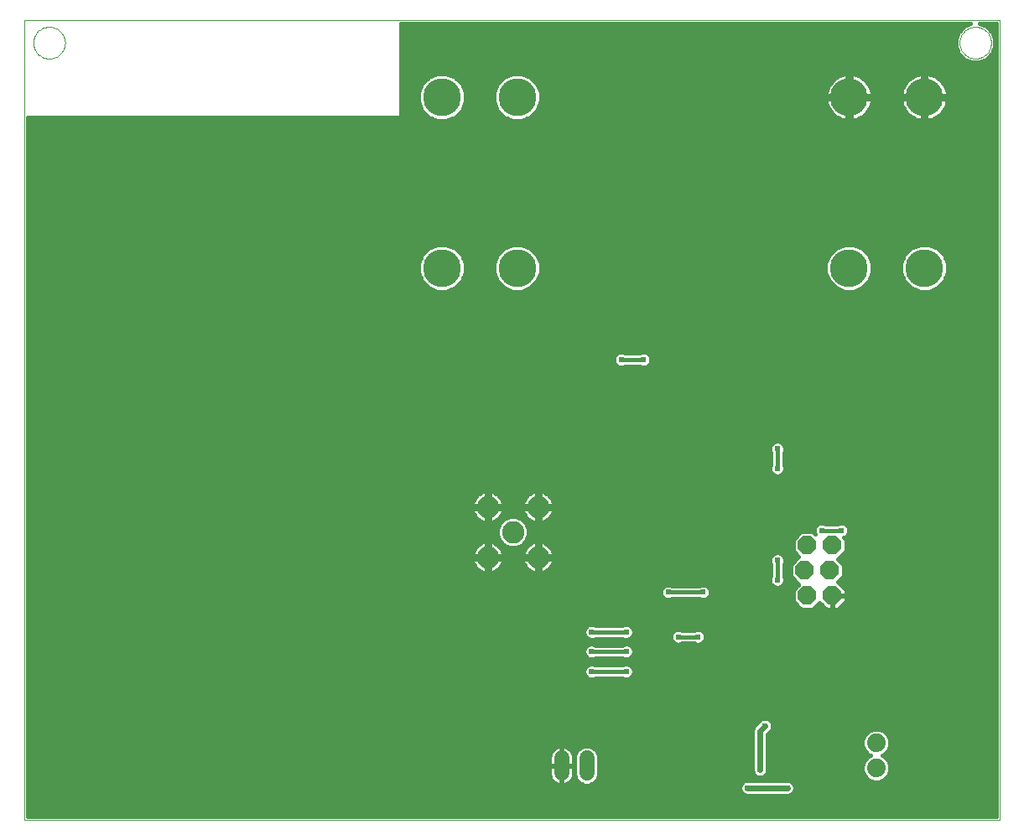
<source format=gbl>
G75*
%MOIN*%
%OFA0B0*%
%FSLAX24Y24*%
%IPPOS*%
%LPD*%
%AMOC8*
5,1,8,0,0,1.08239X$1,22.5*
%
%ADD10C,0.0000*%
%ADD11C,0.0886*%
%ADD12C,0.1500*%
%ADD13OC8,0.0740*%
%ADD14C,0.0740*%
%ADD15C,0.0600*%
%ADD16C,0.0160*%
%ADD17C,0.0238*%
%ADD18C,0.0240*%
D10*
X000574Y000251D02*
X000574Y032054D01*
X039341Y032054D01*
X039341Y000251D01*
X000574Y000251D01*
X000928Y031156D02*
X000930Y031206D01*
X000936Y031256D01*
X000946Y031305D01*
X000960Y031353D01*
X000977Y031400D01*
X000998Y031445D01*
X001023Y031489D01*
X001051Y031530D01*
X001083Y031569D01*
X001117Y031606D01*
X001154Y031640D01*
X001194Y031670D01*
X001236Y031697D01*
X001280Y031721D01*
X001326Y031742D01*
X001373Y031758D01*
X001421Y031771D01*
X001471Y031780D01*
X001520Y031785D01*
X001571Y031786D01*
X001621Y031783D01*
X001670Y031776D01*
X001719Y031765D01*
X001767Y031750D01*
X001813Y031732D01*
X001858Y031710D01*
X001901Y031684D01*
X001942Y031655D01*
X001981Y031623D01*
X002017Y031588D01*
X002049Y031550D01*
X002079Y031510D01*
X002106Y031467D01*
X002129Y031423D01*
X002148Y031377D01*
X002164Y031329D01*
X002176Y031280D01*
X002184Y031231D01*
X002188Y031181D01*
X002188Y031131D01*
X002184Y031081D01*
X002176Y031032D01*
X002164Y030983D01*
X002148Y030935D01*
X002129Y030889D01*
X002106Y030845D01*
X002079Y030802D01*
X002049Y030762D01*
X002017Y030724D01*
X001981Y030689D01*
X001942Y030657D01*
X001901Y030628D01*
X001858Y030602D01*
X001813Y030580D01*
X001767Y030562D01*
X001719Y030547D01*
X001670Y030536D01*
X001621Y030529D01*
X001571Y030526D01*
X001520Y030527D01*
X001471Y030532D01*
X001421Y030541D01*
X001373Y030554D01*
X001326Y030570D01*
X001280Y030591D01*
X001236Y030615D01*
X001194Y030642D01*
X001154Y030672D01*
X001117Y030706D01*
X001083Y030743D01*
X001051Y030782D01*
X001023Y030823D01*
X000998Y030867D01*
X000977Y030912D01*
X000960Y030959D01*
X000946Y031007D01*
X000936Y031056D01*
X000930Y031106D01*
X000928Y031156D01*
X037739Y031156D02*
X037741Y031206D01*
X037747Y031256D01*
X037757Y031305D01*
X037771Y031353D01*
X037788Y031400D01*
X037809Y031445D01*
X037834Y031489D01*
X037862Y031530D01*
X037894Y031569D01*
X037928Y031606D01*
X037965Y031640D01*
X038005Y031670D01*
X038047Y031697D01*
X038091Y031721D01*
X038137Y031742D01*
X038184Y031758D01*
X038232Y031771D01*
X038282Y031780D01*
X038331Y031785D01*
X038382Y031786D01*
X038432Y031783D01*
X038481Y031776D01*
X038530Y031765D01*
X038578Y031750D01*
X038624Y031732D01*
X038669Y031710D01*
X038712Y031684D01*
X038753Y031655D01*
X038792Y031623D01*
X038828Y031588D01*
X038860Y031550D01*
X038890Y031510D01*
X038917Y031467D01*
X038940Y031423D01*
X038959Y031377D01*
X038975Y031329D01*
X038987Y031280D01*
X038995Y031231D01*
X038999Y031181D01*
X038999Y031131D01*
X038995Y031081D01*
X038987Y031032D01*
X038975Y030983D01*
X038959Y030935D01*
X038940Y030889D01*
X038917Y030845D01*
X038890Y030802D01*
X038860Y030762D01*
X038828Y030724D01*
X038792Y030689D01*
X038753Y030657D01*
X038712Y030628D01*
X038669Y030602D01*
X038624Y030580D01*
X038578Y030562D01*
X038530Y030547D01*
X038481Y030536D01*
X038432Y030529D01*
X038382Y030526D01*
X038331Y030527D01*
X038282Y030532D01*
X038232Y030541D01*
X038184Y030554D01*
X038137Y030570D01*
X038091Y030591D01*
X038047Y030615D01*
X038005Y030642D01*
X037965Y030672D01*
X037928Y030706D01*
X037894Y030743D01*
X037862Y030782D01*
X037834Y030823D01*
X037809Y030867D01*
X037788Y030912D01*
X037771Y030959D01*
X037757Y031007D01*
X037747Y031056D01*
X037741Y031106D01*
X037739Y031156D01*
D11*
X020991Y012700D03*
X019991Y011700D03*
X018991Y012700D03*
X018991Y010700D03*
X020991Y010700D03*
D12*
X020160Y022200D03*
X017168Y022200D03*
X017168Y028991D03*
X020160Y028991D03*
X033349Y028991D03*
X036341Y028991D03*
X036341Y022200D03*
X033349Y022200D03*
D13*
X032676Y011176D03*
X031676Y011176D03*
X031576Y010176D03*
X032576Y010176D03*
X032676Y009176D03*
X031676Y009176D03*
D14*
X034432Y003318D03*
X034432Y002318D03*
D15*
X022924Y002116D02*
X022924Y002716D01*
X021924Y002716D02*
X021924Y002116D01*
D16*
X021904Y002153D02*
X021944Y002153D01*
X021944Y002311D02*
X021904Y002311D01*
X021904Y002396D02*
X021944Y002396D01*
X021944Y001636D01*
X021962Y001636D01*
X022036Y001648D01*
X022108Y001671D01*
X022176Y001706D01*
X022237Y001750D01*
X022290Y001803D01*
X022335Y001865D01*
X022369Y001932D01*
X022392Y002004D01*
X022404Y002078D01*
X022404Y002396D01*
X021944Y002396D01*
X021944Y002436D01*
X022404Y002436D01*
X022404Y002754D01*
X022392Y002829D01*
X022369Y002900D01*
X022335Y002968D01*
X022290Y003029D01*
X022237Y003082D01*
X022176Y003127D01*
X022108Y003161D01*
X022036Y003184D01*
X021962Y003196D01*
X021944Y003196D01*
X021944Y002436D01*
X021904Y002436D01*
X021904Y002396D01*
X021904Y001636D01*
X021886Y001636D01*
X021812Y001648D01*
X021740Y001671D01*
X021673Y001706D01*
X021611Y001750D01*
X021558Y001803D01*
X021514Y001865D01*
X021479Y001932D01*
X021456Y002004D01*
X021444Y002078D01*
X021444Y002396D01*
X021904Y002396D01*
X021904Y002436D02*
X021444Y002436D01*
X021444Y002754D01*
X021456Y002829D01*
X021479Y002900D01*
X021514Y002968D01*
X021558Y003029D01*
X021611Y003082D01*
X021673Y003127D01*
X021740Y003161D01*
X021812Y003184D01*
X021886Y003196D01*
X021904Y003196D01*
X021904Y002436D01*
X021904Y002470D02*
X021944Y002470D01*
X021944Y002628D02*
X021904Y002628D01*
X021904Y002787D02*
X021944Y002787D01*
X021944Y002945D02*
X021904Y002945D01*
X021904Y003104D02*
X021944Y003104D01*
X022207Y003104D02*
X022633Y003104D01*
X022652Y003123D02*
X022517Y002988D01*
X022444Y002812D01*
X022444Y002021D01*
X022517Y001844D01*
X022652Y001709D01*
X022829Y001636D01*
X023020Y001636D01*
X023196Y001709D01*
X023331Y001844D01*
X023404Y002021D01*
X023404Y002812D01*
X023331Y002988D01*
X023196Y003123D01*
X023020Y003196D01*
X022829Y003196D01*
X022652Y003123D01*
X022499Y002945D02*
X022346Y002945D01*
X022399Y002787D02*
X022444Y002787D01*
X022444Y002628D02*
X022404Y002628D01*
X022404Y002470D02*
X022444Y002470D01*
X022444Y002311D02*
X022404Y002311D01*
X022404Y002153D02*
X022444Y002153D01*
X022455Y001994D02*
X022389Y001994D01*
X022314Y001836D02*
X022526Y001836D01*
X022729Y001677D02*
X022120Y001677D01*
X021944Y001677D02*
X021904Y001677D01*
X021904Y001836D02*
X021944Y001836D01*
X021944Y001994D02*
X021904Y001994D01*
X021728Y001677D02*
X000714Y001677D01*
X000714Y001519D02*
X029014Y001519D01*
X029014Y001471D02*
X029060Y001360D01*
X000714Y001360D01*
X000714Y001202D02*
X039201Y001202D01*
X039201Y001360D02*
X031143Y001360D01*
X031189Y001471D01*
X031189Y001590D01*
X031143Y001700D01*
X031059Y001785D01*
X030948Y001830D01*
X029254Y001830D01*
X029144Y001785D01*
X029060Y001700D01*
X029014Y001590D01*
X029014Y001471D01*
X029060Y001360D02*
X029144Y001276D01*
X029254Y001230D01*
X030948Y001230D01*
X031059Y001276D01*
X031143Y001360D01*
X031189Y001519D02*
X039201Y001519D01*
X039201Y001677D02*
X031153Y001677D01*
X030090Y002153D02*
X033905Y002153D01*
X033882Y002208D02*
X033966Y002006D01*
X034120Y001851D01*
X034323Y001768D01*
X034541Y001768D01*
X034744Y001851D01*
X034898Y002006D01*
X034982Y002208D01*
X034982Y002427D01*
X034898Y002629D01*
X034744Y002784D01*
X034662Y002818D01*
X034744Y002851D01*
X034898Y003006D01*
X034982Y003208D01*
X034982Y003427D01*
X034898Y003629D01*
X034744Y003784D01*
X034541Y003868D01*
X034323Y003868D01*
X034120Y003784D01*
X033966Y003629D01*
X033882Y003427D01*
X033882Y003208D01*
X033966Y003006D01*
X034120Y002851D01*
X034202Y002818D01*
X034120Y002784D01*
X033966Y002629D01*
X033882Y002427D01*
X033882Y002208D01*
X033882Y002311D02*
X030106Y002311D01*
X030106Y002191D02*
X030106Y003670D01*
X030257Y003821D01*
X030303Y003931D01*
X030303Y004051D01*
X030257Y004161D01*
X030173Y004245D01*
X030063Y004291D01*
X029943Y004291D01*
X029833Y004245D01*
X029552Y003964D01*
X029506Y003854D01*
X029506Y003734D01*
X029506Y002191D01*
X029552Y002081D01*
X029636Y001997D01*
X029746Y001951D01*
X029866Y001951D01*
X029976Y001997D01*
X030060Y002081D01*
X030106Y002191D01*
X029970Y001994D02*
X033978Y001994D01*
X034158Y001836D02*
X023323Y001836D01*
X023393Y001994D02*
X029641Y001994D01*
X029522Y002153D02*
X023404Y002153D01*
X023404Y002311D02*
X029506Y002311D01*
X029506Y002470D02*
X023404Y002470D01*
X023404Y002628D02*
X029506Y002628D01*
X029506Y002787D02*
X023404Y002787D01*
X023349Y002945D02*
X029506Y002945D01*
X029506Y003104D02*
X023215Y003104D01*
X023119Y001677D02*
X029050Y001677D01*
X030106Y002470D02*
X033900Y002470D01*
X033965Y002628D02*
X030106Y002628D01*
X030106Y002787D02*
X034127Y002787D01*
X034027Y002945D02*
X030106Y002945D01*
X030106Y003104D02*
X033925Y003104D01*
X033882Y003262D02*
X030106Y003262D01*
X030106Y003421D02*
X033882Y003421D01*
X033945Y003579D02*
X030106Y003579D01*
X030174Y003738D02*
X034074Y003738D01*
X034790Y003738D02*
X039201Y003738D01*
X039201Y003896D02*
X030288Y003896D01*
X030301Y004055D02*
X039201Y004055D01*
X039201Y004213D02*
X030205Y004213D01*
X029801Y004213D02*
X000714Y004213D01*
X000714Y004055D02*
X029642Y004055D01*
X029524Y003896D02*
X000714Y003896D01*
X000714Y003738D02*
X029506Y003738D01*
X029506Y003579D02*
X000714Y003579D01*
X000714Y003421D02*
X029506Y003421D01*
X029506Y003262D02*
X000714Y003262D01*
X000714Y003104D02*
X021641Y003104D01*
X021502Y002945D02*
X000714Y002945D01*
X000714Y002787D02*
X021449Y002787D01*
X021444Y002628D02*
X000714Y002628D01*
X000714Y002470D02*
X021444Y002470D01*
X021444Y002311D02*
X000714Y002311D01*
X000714Y002153D02*
X021444Y002153D01*
X021459Y001994D02*
X000714Y001994D01*
X000714Y001836D02*
X021534Y001836D01*
X023054Y005857D02*
X022944Y005903D01*
X022860Y005987D01*
X022814Y006097D01*
X022814Y006216D01*
X022860Y006326D01*
X022944Y006410D01*
X023054Y006455D01*
X023173Y006455D01*
X023267Y006416D01*
X024337Y006416D01*
X024432Y006455D01*
X024551Y006455D01*
X024660Y006410D01*
X024745Y006326D01*
X024790Y006216D01*
X024790Y006097D01*
X024745Y005987D01*
X024660Y005903D01*
X024551Y005857D01*
X024432Y005857D01*
X024337Y005896D01*
X023267Y005896D01*
X023173Y005857D01*
X023054Y005857D01*
X022890Y005957D02*
X000714Y005957D01*
X000714Y006115D02*
X022814Y006115D01*
X022838Y006274D02*
X000714Y006274D01*
X000714Y006432D02*
X022998Y006432D01*
X023054Y006645D02*
X022944Y006690D01*
X022860Y006774D01*
X022814Y006884D01*
X022814Y007003D01*
X022860Y007113D01*
X022944Y007197D01*
X023054Y007243D01*
X023173Y007243D01*
X023267Y007204D01*
X024337Y007204D01*
X024432Y007243D01*
X024551Y007243D01*
X024660Y007197D01*
X024745Y007113D01*
X024790Y007003D01*
X024790Y006884D01*
X024745Y006774D01*
X024660Y006690D01*
X024551Y006645D01*
X024432Y006645D01*
X024337Y006684D01*
X023267Y006684D01*
X023173Y006645D01*
X023054Y006645D01*
X022885Y006749D02*
X000714Y006749D01*
X000714Y006591D02*
X039201Y006591D01*
X039201Y006749D02*
X024720Y006749D01*
X024790Y006908D02*
X039201Y006908D01*
X039201Y007066D02*
X024764Y007066D01*
X024594Y007225D02*
X039201Y007225D01*
X039201Y007383D02*
X027607Y007383D01*
X027599Y007365D02*
X027644Y007475D01*
X027644Y007594D01*
X027599Y007704D01*
X027515Y007788D01*
X027405Y007833D01*
X027286Y007833D01*
X027192Y007794D01*
X026712Y007794D01*
X026617Y007833D01*
X026498Y007833D01*
X026389Y007788D01*
X026304Y007704D01*
X026259Y007594D01*
X026259Y007475D01*
X026304Y007365D01*
X026389Y007281D01*
X026498Y007235D01*
X026617Y007235D01*
X026712Y007274D01*
X027192Y007274D01*
X027286Y007235D01*
X027405Y007235D01*
X027515Y007281D01*
X027599Y007365D01*
X027644Y007542D02*
X039201Y007542D01*
X039201Y007700D02*
X027600Y007700D01*
X027345Y007534D02*
X026558Y007534D01*
X026259Y007542D02*
X024725Y007542D01*
X024745Y007562D02*
X024790Y007672D01*
X024790Y007791D01*
X024745Y007901D01*
X024660Y007985D01*
X024551Y008030D01*
X024432Y008030D01*
X024337Y007991D01*
X023267Y007991D01*
X023173Y008030D01*
X023054Y008030D01*
X022944Y007985D01*
X022860Y007901D01*
X022814Y007791D01*
X022814Y007672D01*
X022860Y007562D01*
X022944Y007478D01*
X023054Y007432D01*
X023173Y007432D01*
X023267Y007471D01*
X024337Y007471D01*
X024432Y007432D01*
X024551Y007432D01*
X024660Y007478D01*
X024745Y007562D01*
X024790Y007700D02*
X026303Y007700D01*
X026297Y007383D02*
X000714Y007383D01*
X000714Y007225D02*
X023010Y007225D01*
X023216Y007225D02*
X024388Y007225D01*
X024491Y006944D02*
X023113Y006944D01*
X022840Y007066D02*
X000714Y007066D01*
X000714Y006908D02*
X022814Y006908D01*
X023228Y006432D02*
X024376Y006432D01*
X024606Y006432D02*
X039201Y006432D01*
X039201Y006274D02*
X024766Y006274D01*
X024790Y006115D02*
X039201Y006115D01*
X039201Y005957D02*
X024714Y005957D01*
X024491Y006156D02*
X023113Y006156D01*
X022879Y007542D02*
X000714Y007542D01*
X000714Y007700D02*
X022814Y007700D01*
X022842Y007859D02*
X000714Y007859D01*
X000714Y008017D02*
X023023Y008017D01*
X023204Y008017D02*
X024400Y008017D01*
X024582Y008017D02*
X039201Y008017D01*
X039201Y007859D02*
X024762Y007859D01*
X024491Y007731D02*
X023113Y007731D01*
X025911Y009137D02*
X025995Y009052D01*
X026105Y009007D01*
X026224Y009007D01*
X026318Y009046D01*
X027388Y009046D01*
X027483Y009007D01*
X027602Y009007D01*
X027712Y009052D01*
X027796Y009137D01*
X027841Y009246D01*
X027841Y009365D01*
X027796Y009475D01*
X027712Y009559D01*
X027602Y009605D01*
X027483Y009605D01*
X027388Y009566D01*
X026318Y009566D01*
X026224Y009605D01*
X026105Y009605D01*
X025995Y009559D01*
X025911Y009475D01*
X025865Y009365D01*
X025865Y009246D01*
X025911Y009137D01*
X025920Y009127D02*
X000714Y009127D01*
X000714Y009285D02*
X025865Y009285D01*
X025898Y009444D02*
X000714Y009444D01*
X000714Y009602D02*
X026098Y009602D01*
X026230Y009602D02*
X027476Y009602D01*
X027608Y009602D02*
X030268Y009602D01*
X030241Y009629D02*
X030326Y009545D01*
X030435Y009499D01*
X030554Y009499D01*
X030664Y009545D01*
X030748Y009629D01*
X030794Y009739D01*
X030794Y009858D01*
X030755Y009952D01*
X030755Y010432D01*
X030794Y010526D01*
X030794Y010645D01*
X030748Y010755D01*
X030664Y010839D01*
X030554Y010884D01*
X030435Y010884D01*
X030326Y010839D01*
X030241Y010755D01*
X030196Y010645D01*
X030196Y010526D01*
X030235Y010432D01*
X030235Y009952D01*
X030196Y009858D01*
X030196Y009739D01*
X030241Y009629D01*
X030196Y009761D02*
X000714Y009761D01*
X000714Y009919D02*
X030221Y009919D01*
X030235Y010078D02*
X000714Y010078D01*
X000714Y010236D02*
X018573Y010236D01*
X018585Y010224D02*
X018665Y010167D01*
X018752Y010122D01*
X018845Y010092D01*
X018923Y010080D01*
X018923Y010632D01*
X018371Y010632D01*
X018383Y010554D01*
X018414Y010460D01*
X018458Y010373D01*
X018516Y010294D01*
X018585Y010224D01*
X018447Y010395D02*
X000714Y010395D01*
X000714Y010553D02*
X018384Y010553D01*
X018371Y010767D02*
X018923Y010767D01*
X018923Y010632D01*
X019059Y010632D01*
X019059Y010767D01*
X019611Y010767D01*
X019599Y010845D01*
X019568Y010939D01*
X019524Y011026D01*
X019466Y011105D01*
X019397Y011175D01*
X019318Y011232D01*
X019230Y011277D01*
X019137Y011307D01*
X019059Y011320D01*
X019059Y010767D01*
X018923Y010767D01*
X018923Y011320D01*
X018845Y011307D01*
X018752Y011277D01*
X018665Y011232D01*
X018585Y011175D01*
X018516Y011105D01*
X018458Y011026D01*
X018414Y010939D01*
X018383Y010845D01*
X018371Y010767D01*
X018392Y010870D02*
X000714Y010870D01*
X000714Y010712D02*
X018923Y010712D01*
X019059Y010712D02*
X020923Y010712D01*
X020923Y010767D02*
X020923Y010632D01*
X020371Y010632D01*
X020383Y010554D01*
X020414Y010460D01*
X020458Y010373D01*
X020516Y010294D01*
X020585Y010224D01*
X020665Y010167D01*
X020752Y010122D01*
X020845Y010092D01*
X020923Y010080D01*
X020923Y010632D01*
X021059Y010632D01*
X021059Y010767D01*
X021611Y010767D01*
X021599Y010845D01*
X021568Y010939D01*
X021524Y011026D01*
X021466Y011105D01*
X021397Y011175D01*
X021318Y011232D01*
X021230Y011277D01*
X021137Y011307D01*
X021059Y011320D01*
X021059Y010767D01*
X020923Y010767D01*
X020371Y010767D01*
X020383Y010845D01*
X020414Y010939D01*
X020458Y011026D01*
X020516Y011105D01*
X020585Y011175D01*
X020665Y011232D01*
X020752Y011277D01*
X020845Y011307D01*
X020923Y011320D01*
X020923Y010767D01*
X020923Y010870D02*
X021059Y010870D01*
X021059Y010712D02*
X030224Y010712D01*
X030196Y010553D02*
X021598Y010553D01*
X021599Y010554D02*
X021611Y010632D01*
X021059Y010632D01*
X021059Y010080D01*
X021137Y010092D01*
X021230Y010122D01*
X021318Y010167D01*
X021397Y010224D01*
X021466Y010294D01*
X021524Y010373D01*
X021568Y010460D01*
X021599Y010554D01*
X021535Y010395D02*
X030235Y010395D01*
X030235Y010236D02*
X021409Y010236D01*
X021059Y010236D02*
X020923Y010236D01*
X020923Y010395D02*
X021059Y010395D01*
X021059Y010553D02*
X020923Y010553D01*
X020573Y010236D02*
X019409Y010236D01*
X019397Y010224D02*
X019466Y010294D01*
X019524Y010373D01*
X019568Y010460D01*
X019599Y010554D01*
X019611Y010632D01*
X019059Y010632D01*
X019059Y010080D01*
X019137Y010092D01*
X019230Y010122D01*
X019318Y010167D01*
X019397Y010224D01*
X019535Y010395D02*
X020447Y010395D01*
X020384Y010553D02*
X019598Y010553D01*
X019591Y010870D02*
X020392Y010870D01*
X020460Y011029D02*
X019522Y011029D01*
X019638Y011172D02*
X019867Y011077D01*
X020115Y011077D01*
X020344Y011172D01*
X020519Y011347D01*
X020614Y011576D01*
X020614Y011824D01*
X020519Y012052D01*
X020344Y012228D01*
X020115Y012323D01*
X019867Y012323D01*
X019638Y012228D01*
X019463Y012052D01*
X019368Y011824D01*
X019368Y011576D01*
X019463Y011347D01*
X019638Y011172D01*
X019622Y011187D02*
X019380Y011187D01*
X019464Y011346D02*
X000714Y011346D01*
X000714Y011504D02*
X019398Y011504D01*
X019368Y011663D02*
X000714Y011663D01*
X000714Y011821D02*
X019368Y011821D01*
X019433Y011980D02*
X000714Y011980D01*
X000714Y012138D02*
X018721Y012138D01*
X018752Y012122D02*
X018845Y012092D01*
X018923Y012080D01*
X018923Y012632D01*
X018371Y012632D01*
X018383Y012554D01*
X018414Y012460D01*
X018458Y012373D01*
X018516Y012294D01*
X018585Y012224D01*
X018665Y012167D01*
X018752Y012122D01*
X018923Y012138D02*
X019059Y012138D01*
X019059Y012080D02*
X019137Y012092D01*
X019230Y012122D01*
X019318Y012167D01*
X019397Y012224D01*
X019466Y012294D01*
X019524Y012373D01*
X019568Y012460D01*
X019599Y012554D01*
X019611Y012632D01*
X019059Y012632D01*
X019059Y012767D01*
X019611Y012767D01*
X019599Y012845D01*
X019568Y012939D01*
X019524Y013026D01*
X019466Y013105D01*
X019397Y013175D01*
X019318Y013232D01*
X019230Y013277D01*
X019137Y013307D01*
X019059Y013320D01*
X019059Y012767D01*
X018923Y012767D01*
X018923Y012632D01*
X019059Y012632D01*
X019059Y012080D01*
X019261Y012138D02*
X019549Y012138D01*
X019468Y012297D02*
X019805Y012297D01*
X019566Y012455D02*
X020416Y012455D01*
X020414Y012460D02*
X020458Y012373D01*
X020516Y012294D01*
X020585Y012224D01*
X020665Y012167D01*
X020752Y012122D01*
X020845Y012092D01*
X020923Y012080D01*
X020923Y012632D01*
X020371Y012632D01*
X020383Y012554D01*
X020414Y012460D01*
X020374Y012614D02*
X019608Y012614D01*
X019610Y012772D02*
X020372Y012772D01*
X020371Y012767D02*
X020923Y012767D01*
X020923Y012632D01*
X021059Y012632D01*
X021059Y012767D01*
X021611Y012767D01*
X021599Y012845D01*
X021568Y012939D01*
X021524Y013026D01*
X021466Y013105D01*
X021397Y013175D01*
X021318Y013232D01*
X021230Y013277D01*
X021137Y013307D01*
X021059Y013320D01*
X021059Y012767D01*
X020923Y012767D01*
X020923Y013320D01*
X020845Y013307D01*
X020752Y013277D01*
X020665Y013232D01*
X020585Y013175D01*
X020516Y013105D01*
X020458Y013026D01*
X020414Y012939D01*
X020383Y012845D01*
X020371Y012767D01*
X020411Y012931D02*
X019571Y012931D01*
X019478Y013089D02*
X020504Y013089D01*
X020695Y013248D02*
X019287Y013248D01*
X019059Y013248D02*
X018923Y013248D01*
X018923Y013320D02*
X018923Y012767D01*
X018371Y012767D01*
X018383Y012845D01*
X018414Y012939D01*
X018458Y013026D01*
X018516Y013105D01*
X018585Y013175D01*
X018665Y013232D01*
X018752Y013277D01*
X018845Y013307D01*
X018923Y013320D01*
X018923Y013089D02*
X019059Y013089D01*
X019059Y012931D02*
X018923Y012931D01*
X018923Y012772D02*
X019059Y012772D01*
X019059Y012614D02*
X018923Y012614D01*
X018923Y012455D02*
X019059Y012455D01*
X019059Y012297D02*
X018923Y012297D01*
X018514Y012297D02*
X000714Y012297D01*
X000714Y012455D02*
X018416Y012455D01*
X018374Y012614D02*
X000714Y012614D01*
X000714Y012772D02*
X018372Y012772D01*
X018411Y012931D02*
X000714Y012931D01*
X000714Y013089D02*
X018504Y013089D01*
X018695Y013248D02*
X000714Y013248D01*
X000714Y013406D02*
X039201Y013406D01*
X039201Y013248D02*
X021287Y013248D01*
X021059Y013248D02*
X020923Y013248D01*
X020923Y013089D02*
X021059Y013089D01*
X021059Y012931D02*
X020923Y012931D01*
X020923Y012772D02*
X021059Y012772D01*
X021059Y012632D02*
X021611Y012632D01*
X021599Y012554D01*
X021568Y012460D01*
X021524Y012373D01*
X021466Y012294D01*
X021397Y012224D01*
X021318Y012167D01*
X021230Y012122D01*
X021137Y012092D01*
X021059Y012080D01*
X021059Y012632D01*
X021059Y012614D02*
X020923Y012614D01*
X020923Y012455D02*
X021059Y012455D01*
X021059Y012297D02*
X020923Y012297D01*
X020923Y012138D02*
X021059Y012138D01*
X021261Y012138D02*
X039201Y012138D01*
X039201Y011980D02*
X033264Y011980D01*
X033223Y012020D02*
X033114Y012066D01*
X032995Y012066D01*
X032900Y012027D01*
X032420Y012027D01*
X032326Y012066D01*
X032207Y012066D01*
X032097Y012020D01*
X032013Y011936D01*
X031968Y011826D01*
X031968Y011707D01*
X031999Y011631D01*
X031904Y011726D01*
X031448Y011726D01*
X031126Y011404D01*
X031126Y010948D01*
X031348Y010726D01*
X031026Y010404D01*
X031026Y009948D01*
X031348Y009626D01*
X031348Y009626D01*
X031126Y009404D01*
X031126Y008948D01*
X031448Y008626D01*
X031904Y008626D01*
X032176Y008898D01*
X032448Y008626D01*
X032656Y008626D01*
X032656Y009156D01*
X032696Y009156D01*
X032696Y008626D01*
X032904Y008626D01*
X033226Y008948D01*
X033226Y009156D01*
X032696Y009156D01*
X032696Y009196D01*
X033226Y009196D01*
X033226Y009404D01*
X032904Y009726D01*
X032904Y009726D01*
X033126Y009948D01*
X033126Y010404D01*
X032904Y010626D01*
X033226Y010948D01*
X033226Y011404D01*
X033148Y011482D01*
X033223Y011513D01*
X033308Y011597D01*
X033353Y011707D01*
X033353Y011826D01*
X033308Y011936D01*
X033223Y012020D01*
X033353Y011821D02*
X039201Y011821D01*
X039201Y011663D02*
X033335Y011663D01*
X033202Y011504D02*
X039201Y011504D01*
X039201Y011346D02*
X033226Y011346D01*
X033226Y011187D02*
X039201Y011187D01*
X039201Y011029D02*
X033226Y011029D01*
X033148Y010870D02*
X039201Y010870D01*
X039201Y010712D02*
X032990Y010712D01*
X032904Y010626D02*
X032904Y010626D01*
X032977Y010553D02*
X039201Y010553D01*
X039201Y010395D02*
X033126Y010395D01*
X033126Y010236D02*
X039201Y010236D01*
X039201Y010078D02*
X033126Y010078D01*
X033097Y009919D02*
X039201Y009919D01*
X039201Y009761D02*
X032939Y009761D01*
X033028Y009602D02*
X039201Y009602D01*
X039201Y009444D02*
X033186Y009444D01*
X033226Y009285D02*
X039201Y009285D01*
X039201Y009127D02*
X033226Y009127D01*
X033226Y008968D02*
X039201Y008968D01*
X039201Y008810D02*
X033088Y008810D01*
X032929Y008651D02*
X039201Y008651D01*
X039201Y008493D02*
X000714Y008493D01*
X000714Y008651D02*
X031423Y008651D01*
X031264Y008810D02*
X000714Y008810D01*
X000714Y008968D02*
X031126Y008968D01*
X031126Y009127D02*
X027786Y009127D01*
X027841Y009285D02*
X031126Y009285D01*
X031166Y009444D02*
X027809Y009444D01*
X027542Y009306D02*
X026164Y009306D01*
X030495Y009798D02*
X030495Y010585D01*
X030766Y010712D02*
X031334Y010712D01*
X031348Y010726D02*
X031348Y010726D01*
X031204Y010870D02*
X030589Y010870D01*
X030401Y010870D02*
X021591Y010870D01*
X021522Y011029D02*
X031126Y011029D01*
X031126Y011187D02*
X021380Y011187D01*
X021059Y011187D02*
X020923Y011187D01*
X020923Y011029D02*
X021059Y011029D01*
X020603Y011187D02*
X020360Y011187D01*
X020518Y011346D02*
X031126Y011346D01*
X031227Y011504D02*
X020584Y011504D01*
X020614Y011663D02*
X031385Y011663D01*
X031967Y011663D02*
X031986Y011663D01*
X031968Y011821D02*
X020614Y011821D01*
X020549Y011980D02*
X032057Y011980D01*
X032267Y011767D02*
X033054Y011767D01*
X031176Y010553D02*
X030794Y010553D01*
X030755Y010395D02*
X031026Y010395D01*
X031026Y010236D02*
X030755Y010236D01*
X030755Y010078D02*
X031026Y010078D01*
X031055Y009919D02*
X030768Y009919D01*
X030794Y009761D02*
X031213Y009761D01*
X031325Y009602D02*
X030722Y009602D01*
X031929Y008651D02*
X032423Y008651D01*
X032264Y008810D02*
X032088Y008810D01*
X032656Y008810D02*
X032696Y008810D01*
X032696Y008968D02*
X032656Y008968D01*
X032656Y009127D02*
X032696Y009127D01*
X032696Y008651D02*
X032656Y008651D01*
X034919Y003579D02*
X039201Y003579D01*
X039201Y003421D02*
X034982Y003421D01*
X034982Y003262D02*
X039201Y003262D01*
X039201Y003104D02*
X034939Y003104D01*
X034837Y002945D02*
X039201Y002945D01*
X039201Y002787D02*
X034737Y002787D01*
X034899Y002628D02*
X039201Y002628D01*
X039201Y002470D02*
X034964Y002470D01*
X034982Y002311D02*
X039201Y002311D01*
X039201Y002153D02*
X034959Y002153D01*
X034886Y001994D02*
X039201Y001994D01*
X039201Y001836D02*
X034706Y001836D01*
X039201Y001043D02*
X000714Y001043D01*
X000714Y000885D02*
X039201Y000885D01*
X039201Y000726D02*
X000714Y000726D01*
X000714Y000568D02*
X039201Y000568D01*
X039201Y000409D02*
X000714Y000409D01*
X000714Y000391D02*
X000714Y028204D01*
X015534Y028204D01*
X015534Y031914D01*
X038186Y031914D01*
X037933Y031809D01*
X037716Y031592D01*
X037599Y031309D01*
X037599Y031003D01*
X037716Y030720D01*
X037933Y030504D01*
X038216Y030386D01*
X038522Y030386D01*
X038805Y030504D01*
X039022Y030720D01*
X039139Y031003D01*
X039139Y031309D01*
X039022Y031592D01*
X038805Y031809D01*
X038552Y031914D01*
X039201Y031914D01*
X039201Y000391D01*
X000714Y000391D01*
X000714Y004372D02*
X039201Y004372D01*
X039201Y004530D02*
X000714Y004530D01*
X000714Y004689D02*
X039201Y004689D01*
X039201Y004847D02*
X000714Y004847D01*
X000714Y005006D02*
X039201Y005006D01*
X039201Y005164D02*
X000714Y005164D01*
X000714Y005323D02*
X039201Y005323D01*
X039201Y005481D02*
X000714Y005481D01*
X000714Y005640D02*
X039201Y005640D01*
X039201Y005798D02*
X000714Y005798D01*
X000714Y008176D02*
X039201Y008176D01*
X039201Y008334D02*
X000714Y008334D01*
X000714Y011029D02*
X018460Y011029D01*
X018603Y011187D02*
X000714Y011187D01*
X000714Y013565D02*
X039201Y013565D01*
X039201Y013723D02*
X000714Y013723D01*
X000714Y013882D02*
X039201Y013882D01*
X039201Y014040D02*
X030731Y014040D01*
X030748Y014058D02*
X030794Y014168D01*
X030794Y014287D01*
X030755Y014381D01*
X030755Y014861D01*
X030794Y014955D01*
X030794Y015074D01*
X030748Y015184D01*
X030664Y015268D01*
X030554Y015314D01*
X030435Y015314D01*
X030326Y015268D01*
X030241Y015184D01*
X030196Y015074D01*
X030196Y014955D01*
X030235Y014861D01*
X030235Y014381D01*
X030196Y014287D01*
X030196Y014168D01*
X030241Y014058D01*
X030326Y013974D01*
X030435Y013928D01*
X030554Y013928D01*
X030664Y013974D01*
X030748Y014058D01*
X030794Y014199D02*
X039201Y014199D01*
X039201Y014357D02*
X030765Y014357D01*
X030755Y014516D02*
X039201Y014516D01*
X039201Y014674D02*
X030755Y014674D01*
X030755Y014833D02*
X039201Y014833D01*
X039201Y014991D02*
X030794Y014991D01*
X030763Y015150D02*
X039201Y015150D01*
X039201Y015308D02*
X030567Y015308D01*
X030423Y015308D02*
X000714Y015308D01*
X000714Y015150D02*
X030227Y015150D01*
X030196Y014991D02*
X000714Y014991D01*
X000714Y014833D02*
X030235Y014833D01*
X030235Y014674D02*
X000714Y014674D01*
X000714Y014516D02*
X030235Y014516D01*
X030225Y014357D02*
X000714Y014357D01*
X000714Y014199D02*
X030196Y014199D01*
X030259Y014040D02*
X000714Y014040D01*
X000714Y015467D02*
X039201Y015467D01*
X039201Y015625D02*
X000714Y015625D01*
X000714Y015784D02*
X039201Y015784D01*
X039201Y015942D02*
X000714Y015942D01*
X000714Y016101D02*
X039201Y016101D01*
X039201Y016259D02*
X000714Y016259D01*
X000714Y016418D02*
X039201Y016418D01*
X039201Y016576D02*
X000714Y016576D01*
X000714Y016735D02*
X039201Y016735D01*
X039201Y016893D02*
X000714Y016893D01*
X000714Y017052D02*
X039201Y017052D01*
X039201Y017210D02*
X000714Y017210D01*
X000714Y017369D02*
X039201Y017369D01*
X039201Y017527D02*
X000714Y017527D01*
X000714Y017686D02*
X039201Y017686D01*
X039201Y017844D02*
X000714Y017844D01*
X000714Y018003D02*
X039201Y018003D01*
X039201Y018161D02*
X000714Y018161D01*
X000714Y018320D02*
X024109Y018320D01*
X024125Y018304D02*
X024235Y018259D01*
X024354Y018259D01*
X024448Y018298D01*
X025026Y018298D01*
X025121Y018259D01*
X025239Y018259D01*
X025349Y018304D01*
X025434Y018388D01*
X025479Y018498D01*
X025479Y018617D01*
X025434Y018727D01*
X025349Y018811D01*
X025239Y018857D01*
X025121Y018857D01*
X025026Y018818D01*
X024448Y018818D01*
X024354Y018857D01*
X024235Y018857D01*
X024125Y018811D01*
X024041Y018727D01*
X023995Y018617D01*
X023995Y018498D01*
X024041Y018388D01*
X024125Y018304D01*
X024003Y018478D02*
X000714Y018478D01*
X000714Y018637D02*
X024003Y018637D01*
X024109Y018795D02*
X000714Y018795D01*
X000714Y018954D02*
X039201Y018954D01*
X039201Y019112D02*
X000714Y019112D01*
X000714Y019271D02*
X039201Y019271D01*
X039201Y019429D02*
X000714Y019429D01*
X000714Y019588D02*
X039201Y019588D01*
X039201Y019746D02*
X000714Y019746D01*
X000714Y019905D02*
X039201Y019905D01*
X039201Y020063D02*
X000714Y020063D01*
X000714Y020222D02*
X039201Y020222D01*
X039201Y020380D02*
X000714Y020380D01*
X000714Y020539D02*
X039201Y020539D01*
X039201Y020697D02*
X000714Y020697D01*
X000714Y020856D02*
X039201Y020856D01*
X039201Y021014D02*
X000714Y021014D01*
X000714Y021173D02*
X039201Y021173D01*
X039201Y021331D02*
X036675Y021331D01*
X036526Y021270D02*
X036868Y021411D01*
X037130Y021673D01*
X037271Y022015D01*
X037271Y022385D01*
X037130Y022726D01*
X036868Y022988D01*
X036526Y023130D01*
X036156Y023130D01*
X035815Y022988D01*
X035553Y022726D01*
X035411Y022385D01*
X035411Y022015D01*
X035553Y021673D01*
X035815Y021411D01*
X036156Y021270D01*
X036526Y021270D01*
X036947Y021490D02*
X039201Y021490D01*
X039201Y021648D02*
X037105Y021648D01*
X037185Y021807D02*
X039201Y021807D01*
X039201Y021965D02*
X037251Y021965D01*
X037271Y022124D02*
X039201Y022124D01*
X039201Y022282D02*
X037271Y022282D01*
X037248Y022441D02*
X039201Y022441D01*
X039201Y022599D02*
X037182Y022599D01*
X037098Y022758D02*
X039201Y022758D01*
X039201Y022916D02*
X036940Y022916D01*
X036659Y023075D02*
X039201Y023075D01*
X039201Y023233D02*
X000714Y023233D01*
X000714Y023075D02*
X016851Y023075D01*
X016983Y023130D02*
X016641Y022988D01*
X016380Y022726D01*
X016238Y022385D01*
X016238Y022015D01*
X016380Y021673D01*
X016641Y021411D01*
X016983Y021270D01*
X017353Y021270D01*
X017695Y021411D01*
X017957Y021673D01*
X018098Y022015D01*
X018098Y022385D01*
X017957Y022726D01*
X017695Y022988D01*
X017353Y023130D01*
X016983Y023130D01*
X016570Y022916D02*
X000714Y022916D01*
X000714Y022758D02*
X016411Y022758D01*
X016327Y022599D02*
X000714Y022599D01*
X000714Y022441D02*
X016261Y022441D01*
X016238Y022282D02*
X000714Y022282D01*
X000714Y022124D02*
X016238Y022124D01*
X016259Y021965D02*
X000714Y021965D01*
X000714Y021807D02*
X016324Y021807D01*
X016404Y021648D02*
X000714Y021648D01*
X000714Y021490D02*
X016563Y021490D01*
X016834Y021331D02*
X000714Y021331D01*
X000714Y023392D02*
X039201Y023392D01*
X039201Y023550D02*
X000714Y023550D01*
X000714Y023709D02*
X039201Y023709D01*
X039201Y023867D02*
X000714Y023867D01*
X000714Y024026D02*
X039201Y024026D01*
X039201Y024184D02*
X000714Y024184D01*
X000714Y024343D02*
X039201Y024343D01*
X039201Y024501D02*
X000714Y024501D01*
X000714Y024660D02*
X039201Y024660D01*
X039201Y024818D02*
X000714Y024818D01*
X000714Y024977D02*
X039201Y024977D01*
X039201Y025135D02*
X000714Y025135D01*
X000714Y025294D02*
X039201Y025294D01*
X039201Y025452D02*
X000714Y025452D01*
X000714Y025611D02*
X039201Y025611D01*
X039201Y025769D02*
X000714Y025769D01*
X000714Y025928D02*
X039201Y025928D01*
X039201Y026086D02*
X000714Y026086D01*
X000714Y026245D02*
X039201Y026245D01*
X039201Y026403D02*
X000714Y026403D01*
X000714Y026562D02*
X039201Y026562D01*
X039201Y026720D02*
X000714Y026720D01*
X000714Y026879D02*
X039201Y026879D01*
X039201Y027037D02*
X000714Y027037D01*
X000714Y027196D02*
X039201Y027196D01*
X039201Y027354D02*
X000714Y027354D01*
X000714Y027513D02*
X039201Y027513D01*
X039201Y027671D02*
X000714Y027671D01*
X000714Y027830D02*
X039201Y027830D01*
X039201Y027988D02*
X000714Y027988D01*
X000714Y028147D02*
X016776Y028147D01*
X016641Y028203D02*
X016380Y028464D01*
X015534Y028464D01*
X015534Y028622D02*
X016314Y028622D01*
X016380Y028464D02*
X016238Y028806D01*
X016238Y029176D01*
X016380Y029518D01*
X016641Y029779D01*
X016983Y029921D01*
X017353Y029921D01*
X017695Y029779D01*
X017957Y029518D01*
X018098Y029176D01*
X018098Y028806D01*
X017957Y028464D01*
X017695Y028203D01*
X017353Y028061D01*
X016983Y028061D01*
X016641Y028203D01*
X016539Y028305D02*
X015534Y028305D01*
X015534Y028781D02*
X016249Y028781D01*
X016238Y028939D02*
X015534Y028939D01*
X015534Y029098D02*
X016238Y029098D01*
X016271Y029256D02*
X015534Y029256D01*
X015534Y029415D02*
X016337Y029415D01*
X016435Y029573D02*
X015534Y029573D01*
X015534Y029732D02*
X016594Y029732D01*
X016909Y029890D02*
X015534Y029890D01*
X015534Y030049D02*
X039201Y030049D01*
X039201Y030207D02*
X015534Y030207D01*
X015534Y030366D02*
X039201Y030366D01*
X039201Y030524D02*
X038826Y030524D01*
X038984Y030683D02*
X039201Y030683D01*
X039201Y030841D02*
X039072Y030841D01*
X039138Y031000D02*
X039201Y031000D01*
X039201Y031158D02*
X039139Y031158D01*
X039136Y031317D02*
X039201Y031317D01*
X039201Y031475D02*
X039070Y031475D01*
X038980Y031634D02*
X039201Y031634D01*
X039201Y031792D02*
X038822Y031792D01*
X037916Y031792D02*
X015534Y031792D01*
X015534Y031634D02*
X037758Y031634D01*
X037668Y031475D02*
X015534Y031475D01*
X015534Y031317D02*
X037602Y031317D01*
X037599Y031158D02*
X015534Y031158D01*
X015534Y031000D02*
X037600Y031000D01*
X037666Y030841D02*
X015534Y030841D01*
X015534Y030683D02*
X037754Y030683D01*
X037912Y030524D02*
X015534Y030524D01*
X017427Y029890D02*
X019901Y029890D01*
X019975Y029921D02*
X019634Y029779D01*
X019372Y029518D01*
X019230Y029176D01*
X019230Y028806D01*
X019372Y028464D01*
X019634Y028203D01*
X019975Y028061D01*
X020345Y028061D01*
X020687Y028203D01*
X020949Y028464D01*
X021090Y028806D01*
X021090Y029176D01*
X020949Y029518D01*
X020687Y029779D01*
X020345Y029921D01*
X019975Y029921D01*
X019586Y029732D02*
X017743Y029732D01*
X017901Y029573D02*
X019427Y029573D01*
X019329Y029415D02*
X017999Y029415D01*
X018065Y029256D02*
X019264Y029256D01*
X019230Y029098D02*
X018098Y029098D01*
X018098Y028939D02*
X019230Y028939D01*
X019241Y028781D02*
X018088Y028781D01*
X018022Y028622D02*
X019306Y028622D01*
X019372Y028464D02*
X017956Y028464D01*
X017798Y028305D02*
X019531Y028305D01*
X019768Y028147D02*
X017561Y028147D01*
X020553Y028147D02*
X032959Y028147D01*
X032993Y028130D02*
X032899Y028176D01*
X032810Y028231D01*
X032729Y028296D01*
X032655Y028370D01*
X032590Y028452D01*
X032534Y028540D01*
X032489Y028634D01*
X032454Y028733D01*
X032431Y028835D01*
X032422Y028911D01*
X033269Y028911D01*
X033269Y029071D01*
X032422Y029071D01*
X032431Y029147D01*
X032454Y029249D01*
X032489Y029347D01*
X032534Y029442D01*
X032590Y029530D01*
X032655Y029612D01*
X032729Y029685D01*
X032810Y029751D01*
X032899Y029806D01*
X032993Y029852D01*
X033091Y029886D01*
X033193Y029909D01*
X033269Y029918D01*
X033269Y029071D01*
X033429Y029071D01*
X033429Y029918D01*
X033505Y029909D01*
X033607Y029886D01*
X033706Y029852D01*
X033800Y029806D01*
X033888Y029751D01*
X033970Y029685D01*
X034044Y029612D01*
X034109Y029530D01*
X034165Y029442D01*
X034210Y029347D01*
X034244Y029249D01*
X034268Y029147D01*
X034276Y029071D01*
X033429Y029071D01*
X033429Y028911D01*
X033429Y028064D01*
X033505Y028073D01*
X033607Y028096D01*
X033706Y028130D01*
X033800Y028176D01*
X033888Y028231D01*
X033970Y028296D01*
X034044Y028370D01*
X034109Y028452D01*
X034165Y028540D01*
X034210Y028634D01*
X034244Y028733D01*
X034268Y028835D01*
X034276Y028911D01*
X033429Y028911D01*
X033269Y028911D01*
X033269Y028064D01*
X033193Y028073D01*
X033091Y028096D01*
X032993Y028130D01*
X033269Y028147D02*
X033429Y028147D01*
X033429Y028305D02*
X033269Y028305D01*
X033269Y028464D02*
X033429Y028464D01*
X033429Y028622D02*
X033269Y028622D01*
X033269Y028781D02*
X033429Y028781D01*
X033429Y028939D02*
X036261Y028939D01*
X036261Y028911D02*
X035415Y028911D01*
X035423Y028835D01*
X035446Y028733D01*
X035481Y028634D01*
X035526Y028540D01*
X035582Y028452D01*
X035647Y028370D01*
X035721Y028296D01*
X035802Y028231D01*
X035891Y028176D01*
X035985Y028130D01*
X036084Y028096D01*
X036185Y028073D01*
X036261Y028064D01*
X036261Y028911D01*
X036261Y029071D01*
X035415Y029071D01*
X035423Y029147D01*
X035446Y029249D01*
X035481Y029347D01*
X035526Y029442D01*
X035582Y029530D01*
X035647Y029612D01*
X035721Y029685D01*
X035802Y029751D01*
X035891Y029806D01*
X035985Y029852D01*
X036084Y029886D01*
X036185Y029909D01*
X036261Y029918D01*
X036261Y029071D01*
X036421Y029071D01*
X036421Y029918D01*
X036497Y029909D01*
X036599Y029886D01*
X036698Y029852D01*
X036792Y029806D01*
X036880Y029751D01*
X036962Y029685D01*
X037036Y029612D01*
X037101Y029530D01*
X037157Y029442D01*
X037202Y029347D01*
X037236Y029249D01*
X037260Y029147D01*
X037268Y029071D01*
X036421Y029071D01*
X036421Y028911D01*
X036421Y028064D01*
X036497Y028073D01*
X036599Y028096D01*
X036698Y028130D01*
X036792Y028176D01*
X036880Y028231D01*
X036962Y028296D01*
X037036Y028370D01*
X037101Y028452D01*
X037157Y028540D01*
X037202Y028634D01*
X037236Y028733D01*
X037260Y028835D01*
X037268Y028911D01*
X036421Y028911D01*
X036261Y028911D01*
X036261Y028781D02*
X036421Y028781D01*
X036421Y028939D02*
X039201Y028939D01*
X039201Y028781D02*
X037247Y028781D01*
X037196Y028622D02*
X039201Y028622D01*
X039201Y028464D02*
X037109Y028464D01*
X036971Y028305D02*
X039201Y028305D01*
X039201Y028147D02*
X036732Y028147D01*
X036421Y028147D02*
X036261Y028147D01*
X036261Y028305D02*
X036421Y028305D01*
X036421Y028464D02*
X036261Y028464D01*
X036261Y028622D02*
X036421Y028622D01*
X035951Y028147D02*
X033740Y028147D01*
X033979Y028305D02*
X035712Y028305D01*
X035574Y028464D02*
X034116Y028464D01*
X034204Y028622D02*
X035487Y028622D01*
X035435Y028781D02*
X034255Y028781D01*
X034273Y029098D02*
X035418Y029098D01*
X035449Y029256D02*
X034242Y029256D01*
X034177Y029415D02*
X035513Y029415D01*
X035616Y029573D02*
X034074Y029573D01*
X033912Y029732D02*
X035779Y029732D01*
X036103Y029890D02*
X033588Y029890D01*
X033429Y029890D02*
X033269Y029890D01*
X033269Y029732D02*
X033429Y029732D01*
X033429Y029573D02*
X033269Y029573D01*
X033269Y029415D02*
X033429Y029415D01*
X033429Y029256D02*
X033269Y029256D01*
X033269Y029098D02*
X033429Y029098D01*
X033269Y028939D02*
X021090Y028939D01*
X021080Y028781D02*
X032443Y028781D01*
X032495Y028622D02*
X021014Y028622D01*
X020948Y028464D02*
X032582Y028464D01*
X032720Y028305D02*
X020790Y028305D01*
X021090Y029098D02*
X032425Y029098D01*
X032457Y029256D02*
X021057Y029256D01*
X020991Y029415D02*
X032521Y029415D01*
X032624Y029573D02*
X020893Y029573D01*
X020735Y029732D02*
X032787Y029732D01*
X033110Y029890D02*
X020419Y029890D01*
X020345Y023130D02*
X019975Y023130D01*
X019634Y022988D01*
X019372Y022726D01*
X019230Y022385D01*
X019230Y022015D01*
X019372Y021673D01*
X019634Y021411D01*
X019975Y021270D01*
X020345Y021270D01*
X020687Y021411D01*
X020949Y021673D01*
X021090Y022015D01*
X021090Y022385D01*
X020949Y022726D01*
X020687Y022988D01*
X020345Y023130D01*
X020478Y023075D02*
X033032Y023075D01*
X033164Y023130D02*
X032822Y022988D01*
X032561Y022726D01*
X032419Y022385D01*
X032419Y022015D01*
X032561Y021673D01*
X032822Y021411D01*
X033164Y021270D01*
X033534Y021270D01*
X033876Y021411D01*
X034138Y021673D01*
X034279Y022015D01*
X034279Y022385D01*
X034138Y022726D01*
X033876Y022988D01*
X033534Y023130D01*
X033164Y023130D01*
X032751Y022916D02*
X020759Y022916D01*
X020917Y022758D02*
X032592Y022758D01*
X032508Y022599D02*
X021001Y022599D01*
X021067Y022441D02*
X032443Y022441D01*
X032419Y022282D02*
X021090Y022282D01*
X021090Y022124D02*
X032419Y022124D01*
X032440Y021965D02*
X021070Y021965D01*
X021004Y021807D02*
X032505Y021807D01*
X032585Y021648D02*
X020924Y021648D01*
X020766Y021490D02*
X032744Y021490D01*
X033015Y021331D02*
X020494Y021331D01*
X019826Y021331D02*
X017502Y021331D01*
X017774Y021490D02*
X019555Y021490D01*
X019396Y021648D02*
X017932Y021648D01*
X018012Y021807D02*
X019316Y021807D01*
X019251Y021965D02*
X018078Y021965D01*
X018098Y022124D02*
X019230Y022124D01*
X019230Y022282D02*
X018098Y022282D01*
X018075Y022441D02*
X019254Y022441D01*
X019319Y022599D02*
X018009Y022599D01*
X017925Y022758D02*
X019403Y022758D01*
X019562Y022916D02*
X017767Y022916D01*
X017485Y023075D02*
X019843Y023075D01*
X024294Y018558D02*
X025180Y018558D01*
X025365Y018795D02*
X039201Y018795D01*
X039201Y018637D02*
X025471Y018637D01*
X025471Y018478D02*
X039201Y018478D01*
X039201Y018320D02*
X025365Y018320D01*
X030495Y015015D02*
X030495Y014227D01*
X033683Y021331D02*
X036007Y021331D01*
X035736Y021490D02*
X033955Y021490D01*
X034113Y021648D02*
X035577Y021648D01*
X035497Y021807D02*
X034193Y021807D01*
X034259Y021965D02*
X035432Y021965D01*
X035411Y022124D02*
X034279Y022124D01*
X034279Y022282D02*
X035411Y022282D01*
X035435Y022441D02*
X034256Y022441D01*
X034190Y022599D02*
X035500Y022599D01*
X035584Y022758D02*
X034106Y022758D01*
X033948Y022916D02*
X035743Y022916D01*
X036024Y023075D02*
X033667Y023075D01*
X036261Y029098D02*
X036421Y029098D01*
X036421Y029256D02*
X036261Y029256D01*
X036261Y029415D02*
X036421Y029415D01*
X036421Y029573D02*
X036261Y029573D01*
X036261Y029732D02*
X036421Y029732D01*
X036421Y029890D02*
X036261Y029890D01*
X036580Y029890D02*
X039201Y029890D01*
X039201Y029732D02*
X036904Y029732D01*
X037066Y029573D02*
X039201Y029573D01*
X039201Y029415D02*
X037170Y029415D01*
X037234Y029256D02*
X039201Y029256D01*
X039201Y029098D02*
X037265Y029098D01*
X039201Y013089D02*
X021478Y013089D01*
X021571Y012931D02*
X039201Y012931D01*
X039201Y012772D02*
X021610Y012772D01*
X021608Y012614D02*
X039201Y012614D01*
X039201Y012455D02*
X021566Y012455D01*
X021468Y012297D02*
X039201Y012297D01*
X020721Y012138D02*
X020433Y012138D01*
X020514Y012297D02*
X020177Y012297D01*
X019059Y011187D02*
X018923Y011187D01*
X018923Y011029D02*
X019059Y011029D01*
X019059Y010870D02*
X018923Y010870D01*
X018923Y010553D02*
X019059Y010553D01*
X019059Y010395D02*
X018923Y010395D01*
X018923Y010236D02*
X019059Y010236D01*
D17*
X019274Y008322D03*
X019274Y007731D03*
X019865Y007731D03*
X019865Y008322D03*
X023015Y010290D03*
X023015Y010684D03*
X023015Y011078D03*
X023015Y011471D03*
X023015Y011865D03*
X023015Y012259D03*
X022621Y012259D03*
X022227Y012259D03*
X021834Y012259D03*
X019274Y014227D03*
X019274Y016393D03*
X023015Y015015D03*
X024393Y014522D03*
X025475Y014326D03*
X024393Y016393D03*
X026558Y016393D03*
X028526Y017770D03*
X029314Y017770D03*
X030495Y015015D03*
X030495Y014227D03*
X029314Y011865D03*
X029314Y011471D03*
X030495Y010585D03*
X030495Y009798D03*
X032267Y011767D03*
X033054Y011767D03*
X036400Y014326D03*
X036400Y014916D03*
X036400Y015507D03*
X035810Y015507D03*
X035810Y016097D03*
X036400Y016097D03*
X036400Y016688D03*
X035810Y016688D03*
X035810Y017278D03*
X036400Y017278D03*
X027542Y009306D03*
X026164Y009306D03*
X026558Y007534D03*
X027345Y007534D03*
X029314Y006353D03*
X029314Y005959D03*
X028231Y004286D03*
X028231Y003893D03*
X027837Y003893D03*
X027444Y003893D03*
X027050Y003893D03*
X027050Y004286D03*
X030003Y003991D03*
X031086Y002613D03*
X031282Y002318D03*
X031479Y002613D03*
X030889Y002318D03*
X031086Y002022D03*
X030889Y001530D03*
X029806Y002251D03*
X029314Y001530D03*
X028822Y000644D03*
X028330Y000644D03*
X026460Y000644D03*
X025869Y000644D03*
X025278Y000644D03*
X024688Y000644D03*
X024688Y001235D03*
X025278Y001235D03*
X025869Y001235D03*
X026460Y001235D03*
X026460Y001727D03*
X025869Y001727D03*
X030987Y000644D03*
X031479Y000644D03*
X024491Y006156D03*
X024491Y006944D03*
X024491Y007731D03*
X023113Y007731D03*
X023113Y006944D03*
X023113Y006156D03*
X020259Y004778D03*
X019865Y004778D03*
X019471Y004778D03*
X016715Y003007D03*
X013566Y003007D03*
X010416Y003007D03*
X007267Y003007D03*
X024294Y018558D03*
X025180Y018558D03*
X011007Y022889D03*
X010219Y022889D03*
X009432Y022889D03*
X008645Y022889D03*
X007660Y022889D03*
X007463Y023479D03*
X006676Y022889D03*
X005889Y023479D03*
X005692Y022889D03*
X004708Y022889D03*
X003723Y022889D03*
X002739Y022889D03*
X001755Y022889D03*
X000967Y023282D03*
X000967Y024070D03*
X000967Y024857D03*
X001755Y025251D03*
X001952Y025743D03*
X002345Y026038D03*
X002345Y026530D03*
X001952Y026629D03*
X001558Y026235D03*
X000967Y026432D03*
X000967Y025644D03*
X002739Y024660D03*
X003625Y024759D03*
X003723Y025448D03*
X004117Y025448D03*
X003723Y026333D03*
X003133Y026235D03*
X003428Y027416D03*
X003428Y028007D03*
X003920Y028007D03*
X004511Y028007D03*
X005101Y028007D03*
X005692Y028007D03*
X006282Y028007D03*
X006873Y028007D03*
X007463Y028007D03*
X007463Y027416D03*
X007463Y026826D03*
X007463Y026038D03*
X007463Y025054D03*
X007463Y024267D03*
X005889Y024267D03*
X005889Y025054D03*
X006086Y025644D03*
X005692Y026038D03*
X005692Y026432D03*
X006086Y026432D03*
X005692Y026826D03*
X008054Y027416D03*
X008645Y027416D03*
X009235Y027416D03*
X009826Y027515D03*
X009826Y028007D03*
X009235Y028007D03*
X008645Y028007D03*
X008054Y028007D03*
X010416Y028007D03*
X010416Y027515D03*
X011007Y027416D03*
X011007Y026826D03*
X011007Y025841D03*
X011007Y025054D03*
X010219Y025054D03*
X009432Y024857D03*
X011007Y028007D03*
X003723Y024070D03*
X001460Y027219D03*
X000967Y027219D03*
X000967Y028007D03*
X001558Y028007D03*
X001952Y028007D03*
X002345Y028007D03*
D18*
X029806Y003794D02*
X030003Y003991D01*
X029806Y003794D02*
X029806Y002251D01*
X029314Y001530D02*
X030889Y001530D01*
M02*

</source>
